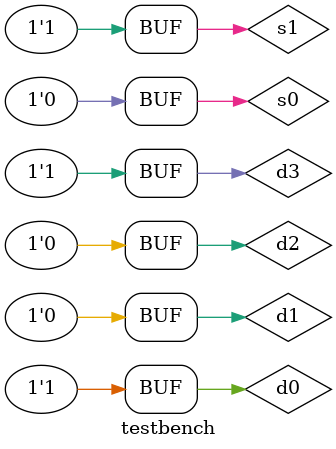
<source format=v>
`include "mux4x1.v"
module testbench;
    reg d0, d1, d2, d3;
    reg s1, s0;
    wire out;
    mux m0 (out, d0, d1, d2, d3, s1, s0);
    initial begin
        d0 = 0; d1 = 1; d2 = 1; d3 = 0;
        s1 = 0; s0 = 1;
        #5;
        d0 = 0; d1 = 1; d2 = 1; d3 = 0;
        s1 = 0; s0 = 0;
        #5;
        d0 = 1; d1 = 0; d2 = 0; d3 = 1;
        s1 = 1; s0 = 1;
        #5;
        d0 = 1; d1 = 0; d2 = 0; d3 = 1;
        s1 = 1; s0 = 0;
    end
    initial
        $monitor($time, " : d0 = %b, d1 = %b, d2 = %b, d3 = %b, s1 = %b, s0 = %b, out = %b", d0, d1, d2, d3, s1, s0, out);
endmodule
</source>
